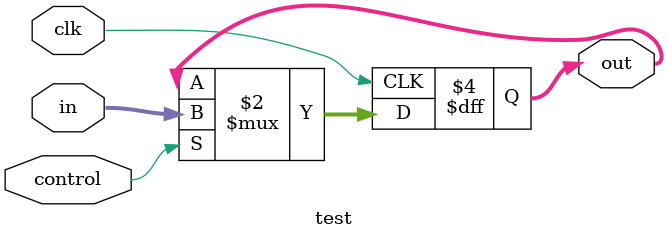
<source format=v>
`timescale 1ns / 1ps
module test(
    input [3:0] in,
	 input control,clk,
	 output reg [3:0] out
    );
	 always @(posedge clk)
	 if (control)
	 begin
	 out <= in;
	 end


endmodule

</source>
